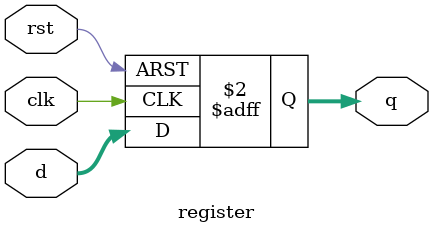
<source format=v>
module register (
    d, q, clk, rst
);
    input [31:0] d;
    input clk, rst;
    output reg [31:0] q;

    always @(posedge clk or posedge rst) begin
        if (rst) begin
            q <= 32'd0;
        end
        else begin
            q <= d;
        end
    end
endmodule
</source>
